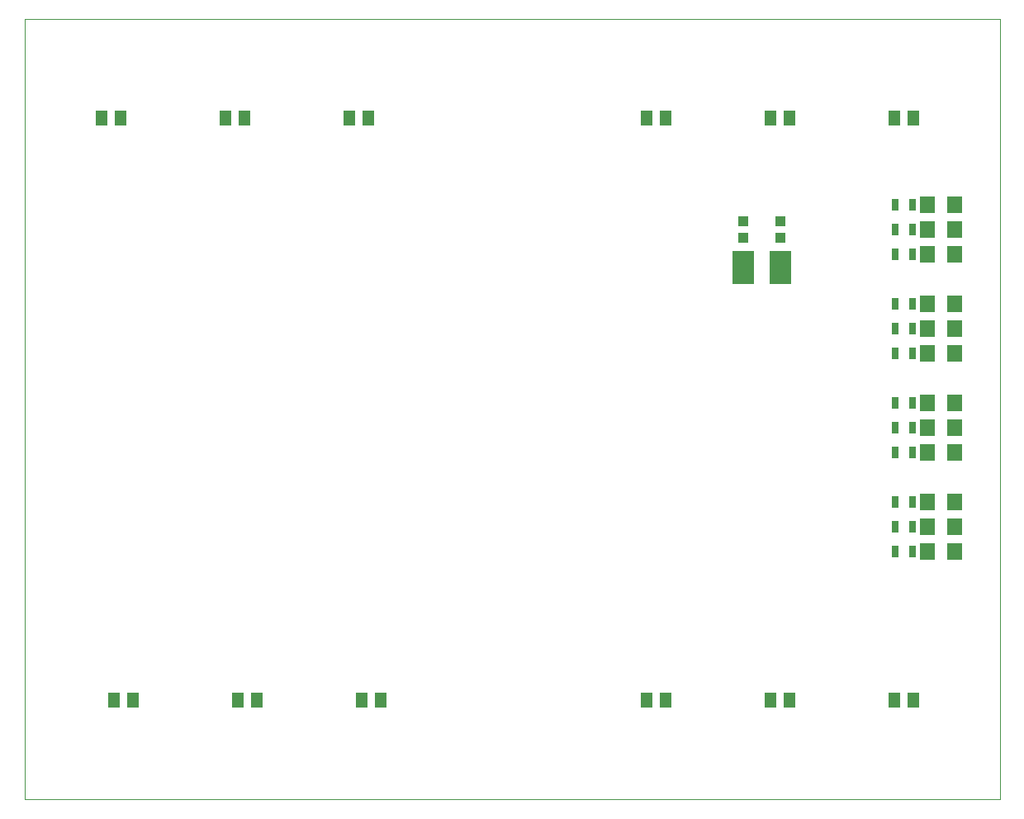
<source format=gtp>
G75*
G70*
%OFA0B0*%
%FSLAX24Y24*%
%IPPOS*%
%LPD*%
%AMOC8*
5,1,8,0,0,1.08239X$1,22.5*
%
%ADD10C,0.0000*%
%ADD11R,0.0315X0.0472*%
%ADD12R,0.0630X0.0710*%
%ADD13R,0.0394X0.0433*%
%ADD14R,0.0878X0.1382*%
%ADD15R,0.0512X0.0591*%
D10*
X000180Y000180D02*
X000180Y031676D01*
X039550Y031676D01*
X039550Y000180D01*
X000180Y000180D01*
D11*
X035326Y010180D03*
X036034Y010180D03*
X036034Y011180D03*
X035326Y011180D03*
X035326Y012180D03*
X036034Y012180D03*
X036034Y014180D03*
X035326Y014180D03*
X035326Y015180D03*
X036034Y015180D03*
X036034Y016180D03*
X035326Y016180D03*
X035326Y018180D03*
X036034Y018180D03*
X036034Y019180D03*
X035326Y019180D03*
X035326Y020180D03*
X036034Y020180D03*
X036034Y022180D03*
X035326Y022180D03*
X035326Y023180D03*
X036034Y023180D03*
X036034Y024180D03*
X035326Y024180D03*
D12*
X036620Y024180D03*
X036620Y023180D03*
X036620Y022180D03*
X037740Y022180D03*
X037740Y023180D03*
X037740Y024180D03*
X037740Y020180D03*
X037740Y019180D03*
X037740Y018180D03*
X036620Y018180D03*
X036620Y019180D03*
X036620Y020180D03*
X036620Y016180D03*
X036620Y015180D03*
X036620Y014180D03*
X037740Y014180D03*
X037740Y015180D03*
X037740Y016180D03*
X037740Y012180D03*
X037740Y011180D03*
X036620Y011180D03*
X036620Y012180D03*
X036620Y010180D03*
X037740Y010180D03*
D13*
X030680Y022845D03*
X030680Y023515D03*
X029180Y023515D03*
X029180Y022845D03*
D14*
X029182Y021674D03*
X030682Y021674D03*
D15*
X031054Y027680D03*
X030306Y027680D03*
X026054Y027680D03*
X025306Y027680D03*
X035306Y027680D03*
X036054Y027680D03*
X014054Y027680D03*
X013306Y027680D03*
X009054Y027680D03*
X008306Y027680D03*
X004054Y027680D03*
X003306Y027680D03*
X003806Y004180D03*
X004554Y004180D03*
X008806Y004180D03*
X009554Y004180D03*
X013806Y004180D03*
X014554Y004180D03*
X025306Y004180D03*
X026054Y004180D03*
X030306Y004180D03*
X031054Y004180D03*
X035306Y004180D03*
X036054Y004180D03*
M02*

</source>
